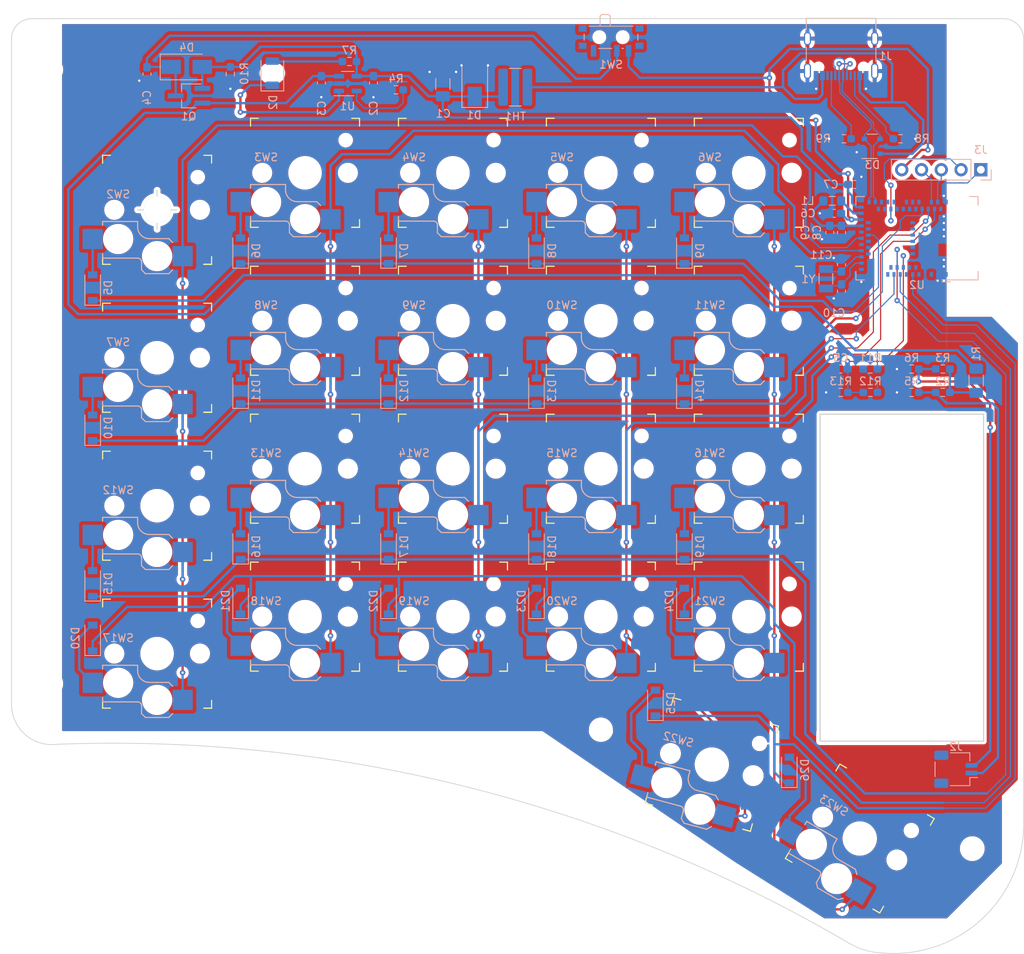
<source format=kicad_pcb>
(kicad_pcb (version 20211014) (generator pcbnew)
  (layers (0 "F.Cu" signal) (31 "B.Cu" signal) (34 "B.Paste" user) (35 "F.Paste" user) (36 "B.SilkS" user "B.Silkscreen") (37 "F.SilkS" user "F.Silkscreen") (38 "B.Mask" user) (39 "F.Mask" user) (44 "Edge.Cuts" user))
  (net 0 "")
  (net 1 "VBUS")
  (net 2 "GND")
  (net 3 "Net-(J2-Pad1)")
  (net 4 "Net-(J2-Pad2)")
  (net 5 "/keyboard/USB_N")
  (net 6 "/keyboard/USB_P")
  (net 7 "+BATT")
  (net 8 "/keyboard/BAT_VOUT")
  (net 9 "Net-(C8-Pad1)")
  (net 10 "Net-(C10-Pad2)")
  (net 11 "Net-(C11-Pad2)")
  (net 12 "/keyboard/ROW1")
  (net 13 "/keyboard/RESET")
  (net 19 "Net-(D5-Pad2)")
  (net 20 "/keyboard/SWDIO")
  (net 21 "/keyboard/SWDCLK")
  (net 25 "Net-(D6-Pad2)")
  (net 26 "Net-(D7-Pad2)")
  (net 52 "/keyboard/CC1")
  (net 54 "/keyboard/CC2")
  (net 56 "VDD")
  (net 57 "Net-(D8-Pad2)")
  (net 58 "Net-(L1-Pad2)")
  (net 59 "/keyboard/ROW2")
  (net 60 "Net-(D9-Pad2)")
  (net 61 "Net-(D10-Pad2)")
  (net 62 "Net-(D11-Pad2)")
  (net 63 "Net-(D12-Pad2)")
  (net 64 "Net-(D13-Pad2)")
  (net 65 "/keyboard/ROW3")
  (net 66 "Net-(D14-Pad2)")
  (net 67 "Net-(D15-Pad2)")
  (net 68 "Net-(D16-Pad2)")
  (net 69 "Net-(D17-Pad2)")
  (net 70 "Net-(D18-Pad2)")
  (net 71 "/keyboard/ROW4")
  (net 72 "Net-(D19-Pad2)")
  (net 73 "Net-(D20-Pad2)")
  (net 74 "Net-(D21-Pad2)")
  (net 75 "Net-(D22-Pad2)")
  (net 76 "Net-(D23-Pad2)")
  (net 77 "/keyboard/ROW5")
  (net 78 "Net-(D24-Pad2)")
  (net 79 "Net-(D25-Pad2)")
  (net 80 "/keyboard/COL1")
  (net 81 "/keyboard/COL2")
  (net 82 "/keyboard/COL3")
  (net 83 "/keyboard/COL4")
  (net 84 "/keyboard/COL5")
  (net 85 "Net-(C4-Pad1)")
  (net 86 "Net-(D2-Pad1)")
  (net 87 "Net-(D2-Pad2)")
  (net 88 "Net-(D3-Pad4)")
  (net 89 "Net-(D26-Pad2)")
  (net 90 "Net-(R1-Pad2)")
  (net 91 "Net-(R4-Pad1)")
  (net 92 "Net-(R11-Pad2)")
  (footprint "BT_Module_Test:Kailh_socket_PG1350" (layer "F.Cu") (at 254.05 198.8 -15)
    (fp_text reference "SW22")
    (fp_text value "SW_Push")
  )
  (footprint "MountingHole:MountingHole_2.2mm_M2_ISO14580" (layer "F.Cu") (at 287.5 109.55)
    (fp_text reference "H3" hide)
    (fp_text value "MountingHole M2")
  )
  (footprint "BT_Module_Test:Kailh_socket_PG1350" (layer "F.Cu") (at 220.8 179.8)
    (fp_text reference "SW19")
    (fp_text value "SW_Push")
  )
  (footprint "MountingHole:MountingHole_2.2mm_M2_ISO14580" (layer "F.Cu") (at 169.2 109.55)
    (fp_text reference "H4" hide)
    (fp_text value "MountingHole M2")
  )
  (footprint "BT_Module_Test:Kailh_socket_PG1350" (layer "F.Cu") (at 220.8 122.8)
    (fp_text reference "SW4")
    (fp_text value "SW_Push")
  )
  (footprint "BT_Module_Test:Kailh_socket_PG1350" (layer "F.Cu") (at 220.8 160.8)
    (fp_text reference "SW14")
    (fp_text value "SW_Push")
  )
  (footprint "MountingHole:MountingHole_2.2mm_M2_ISO14580" (layer "F.Cu") (at 287.5 209.6)
    (fp_text reference "H2" hide)
    (fp_text value "MountingHole M2")
  )
  (footprint "BT_Module_Test:Kailh_socket_PG1350" (layer "F.Cu") (at 258.8 160.8)
    (fp_text reference "SW16")
    (fp_text value "SW_Push")
  )
  (footprint "BT_Module_Test:Kailh_socket_PG1350" (layer "F.Cu") (at 258.8 141.8)
    (fp_text reference "SW11")
    (fp_text value "SW_Push")
  )
  (footprint "MountingHole:MountingHole_2.2mm_M2_ISO14580" (layer "F.Cu") (at 239.8 194.3)
    (fp_text reference "H5" hide)
    (fp_text value "MountingHole M2")
  )
  (footprint "BT_Module_Test:Kailh_socket_PG1350" (layer "F.Cu") (at 182.8 165.55)
    (fp_text reference "SW12")
    (fp_text value "SW_Push")
  )
  (footprint "MountingHole:MountingHole_2.2mm_M2_ISO14580" (layer "F.Cu") (at 169.2 188.4)
    (fp_text reference "H1" hide)
    (fp_text value "MountingHole M2")
  )
  (footprint "BT_Module_Test:Kailh_socket_PG1350" (layer "F.Cu") (at 239.8 122.8)
    (fp_text reference "SW5")
    (fp_text value "SW_Push")
  )
  (footprint "BT_Module_Test:Kailh_socket_PG1350" (layer "F.Cu") (at 201.8 160.8)
    (fp_text reference "SW13")
    (fp_text value "SW_Push")
  )
  (footprint "BT_Module_Test:Kailh_socket_PG1350" (layer "F.Cu") (at 201.8 179.8)
    (fp_text reference "SW18")
    (fp_text value "SW_Push")
  )
  (footprint "BT_Module_Test:Kailh_socket_PG1350" (layer "F.Cu") (at 182.8 184.55)
    (fp_text reference "SW17")
    (fp_text value "SW_Push")
  )
  (footprint "BT_Module_Test:Kailh_socket_PG1350" (layer "F.Cu") (at 258.8 179.8)
    (fp_text reference "SW21")
    (fp_text value "SW_Push")
  )
  (footprint "BT_Module_Test:Kailh_socket_PG1350" (layer "F.Cu") (at 201.8 141.8)
    (fp_text reference "SW8")
    (fp_text value "SW_Push")
  )
  (footprint "BT_Module_Test:Kailh_socket_PG1350" (layer "F.Cu") (at 239.8 141.8)
    (fp_text reference "SW10")
    (fp_text value "SW_Push")
  )
  (footprint "BT_Module_Test:Kailh_socket_PG1350" (layer "F.Cu") (at 239.8 179.8)
    (fp_text reference "SW20")
    (fp_text value "SW_Push")
  )
  (footprint "BT_Module_Test:Kailh_socket_PG1350" (layer "F.Cu") (at 258.8 122.8)
    (fp_text reference "SW6")
    (fp_text value "SW_Push")
  )
  (footprint "BT_Module_Test:Kailh_socket_PG1350" (layer "F.Cu") (at 220.8 141.8)
    (fp_text reference "SW9")
    (fp_text value "SW_Push")
  )
  (footprint "BT_Module_Test:Kailh_socket_PG1350" (layer "F.Cu") (at 182.8 146.55)
    (fp_text reference "SW7")
    (fp_text value "SW_Push")
  )
  (footprint "BT_Module_Test:Kailh_socket_PG1350" (layer "F.Cu") (at 239.8 160.8)
    (fp_text reference "SW15")
    (fp_text value "SW_Push")
  )
  (footprint "BT_Module_Test:Kailh_socket_PG1350" (layer "F.Cu") (at 273.05 208.3 -30)
    (fp_text reference "SW23")
    (fp_text value "SW_Push")
  )
  (footprint "BT_Module_Test:Kailh_socket_PG1350" (layer "F.Cu") (at 201.8 122.8)
    (fp_text reference "SW3")
    (fp_text value "SW_Push")
  )
  (footprint "BT_Module_Test:Kailh_socket_PG1350" (layer "F.Cu") (at 182.8 127.55)
    (fp_text reference "SW2")
    (fp_text value "SW_Push")
  )
  (footprint "Capacitor_SMD:C_0603_1608Metric_Pad1.08x0.95mm_HandSolder" (layer "B.Cu") (at 270.7 134.6 -90)
    (fp_text reference "C11")
    (fp_text value "15pF")
  )
  (footprint "Diode_SMD:D_SOD-123" (layer "B.Cu") (at 193.525 170.8 90)
    (fp_text reference "D16")
    (fp_text value "1N4148W")
  )
  (footprint "Diode_SMD:D_SOD-123" (layer "B.Cu") (at 212.525 177.8 90)
    (fp_text reference "D22")
    (fp_text value "1N4148W")
  )
  (footprint "Inductor_SMD:L_0805_2012Metric_Pad1.05x1.20mm_HandSolder" (layer "B.Cu") (at 269.51 126.4)
    (fp_text reference "L1")
    (fp_text value "10uH")
  )
  (footprint "Resistor_SMD:R_0603_1608Metric_Pad0.98x0.95mm_HandSolder" (layer "B.Cu") (at 283.7125 151 180)
    (fp_text reference "R2")
    (fp_text value "N.F.")
  )
  (footprint "Diode_SMD:D_SOD-123" (layer "B.Cu") (at 212.525 132.8 90)
    (fp_text reference "D7")
    (fp_text value "1N4148W")
  )
  (footprint "Capacitor_SMD:C_0603_1608Metric_Pad1.08x0.95mm_HandSolder" (layer "B.Cu") (at 272.4 124.3)
    (fp_text reference "C7")
    (fp_text value "4u7F")
  )
  (footprint "Resistor_SMD:R_0603_1608Metric_Pad0.98x0.95mm_HandSolder" (layer "B.Cu") (at 279.7125 148 180)
    (fp_text reference "R6")
    (fp_text value "N.F.")
  )
  (footprint "Package_TO_SOT_SMD:TSOT-23_HandSoldering" (layer "B.Cu") (at 186.9 112.9 180)
    (fp_text reference "Q1")
    (fp_text value "DMG2301L-7")
  )
  (footprint "Diode_SMD:D_SOD-123" (layer "B.Cu") (at 231.525 177.8 90)
    (fp_text reference "D23")
    (fp_text value "1N4148W")
  )
  (footprint "Diode_SMD:D_SOD-123" (layer "B.Cu") (at 250.525 150.8 90)
    (fp_text reference "D14")
    (fp_text value "1N4148W")
  )
  (footprint "Diode_SMD:D_SOD-123" (layer "B.Cu") (at 231.525 170.8 90)
    (fp_text reference "D18")
    (fp_text value "1N4148W")
  )
  (footprint "Capacitor_SMD:C_0603_1608Metric_Pad1.08x0.95mm_HandSolder" (layer "B.Cu") (at 270.7 130.4625 -90)
    (fp_text reference "C8")
    (fp_text value "1uF")
  )
  (footprint "Resistor_SMD:R_0603_1608Metric_Pad0.98x0.95mm_HandSolder" (layer "B.Cu") (at 192.2 110.1 -90)
    (fp_text reference "R10")
    (fp_text value "10K")
  )
  (footprint "Connector_PinHeader_2.54mm:PinHeader_1x05_P2.54mm_Vertical" (layer "B.Cu") (at 288.6 122.4 90)
    (fp_text reference "J3")
    (fp_text value "Conn_01x05")
  )
  (footprint "Package_TO_SOT_SMD:SOT-143" (layer "B.Cu") (at 274.65 119.4)
    (fp_text reference "D3")
    (fp_text value "PRTR5V0U2X")
  )
  (footprint "Diode_SMD:D_SOD-123" (layer "B.Cu") (at 174.525 137.55 90)
    (fp_text reference "D5")
    (fp_text value "1N4148W")
  )
  (footprint "Resistor_SMD:R_0603_1608Metric_Pad0.98x0.95mm_HandSolder" (layer "B.Cu") (at 278.27 118.425)
    (fp_text reference "R8")
    (fp_text value "5K1")
  )
  (footprint "Connector_USB:USB_C_Receptacle_Palconn_UTC16-G" (layer "B.Cu") (at 270.65 107.8)
    (fp_text reference "J1")
    (fp_text value "USB_C_Receptacle_USB2.0")
  )
  (footprint "Diode_SMD:D_SOD-123" (layer "B.Cu") (at 212.525 170.8 90)
    (fp_text reference "D17")
    (fp_text value "1N4148W")
  )
  (footprint "Capacitor_SMD:C_0603_1608Metric_Pad1.08x0.95mm_HandSolder" (layer "B.Cu") (at 270.7 138 90)
    (fp_text reference "C10")
    (fp_text value "15pF")
  )
  (footprint "Diode_SMD:D_SOD-123" (layer "B.Cu") (at 231.525 150.8 90)
    (fp_text reference "D13")
    (fp_text value "1N4148W")
  )
  (footprint "Diode_SMD:D_SOD-123" (layer "B.Cu") (at 174.525 155.55 90)
    (fp_text reference "D10")
    (fp_text value "1N4148W")
  )
  (footprint "Diode_SMD:D_SOD-123" (layer "B.Cu") (at 193.525 132.8 90)
    (fp_text reference "D6")
    (fp_text value "1N4148W")
  )
  (footprint "LED_SMD:LED_1206_3216Metric_ReverseMount_Hole1.8x2.4mm" (layer "B.Cu") (at 197.6 110 90)
    (fp_text reference "D2")
    (fp_text value "LED")
  )
  (footprint "Resistor_SMD:R_0603_1608Metric_Pad0.98x0.95mm_HandSolder" (layer "B.Cu") (at 279.7125 151 180)
    (fp_text reference "R5")
    (fp_text value "0R")
  )
  (footprint "Resistor_SMD:R_0603_1608Metric_Pad0.98x0.95mm_HandSolder" (layer "B.Cu") (at 270.6125 151 180)
    (fp_text reference "R13")
    (fp_text value "10M")
  )
  (footprint "Capacitor_SMD:C_0603_1608Metric_Pad1.08x0.95mm_HandSolder" (layer "B.Cu") (at 210.5925 111.2375 -90)
    (fp_text reference "C2")
    (fp_text value "4u7F")
  )
  (footprint "Capacitor_SMD:C_0603_1608Metric_Pad1.08x0.95mm_HandSolder" (layer "B.Cu") (at 203.8925 111.2375 -90)
    (fp_text reference "C3")
    (fp_text value "4u7F")
  )
  (footprint "Diode_SMD:D_SOD-123" (layer "B.Cu") (at 212.525 150.8 90)
    (fp_text reference "D12")
    (fp_text value "1N4148W")
  )
  (footprint "Resistor_SMD:R_1218_3246Metric_Pad1.22x4.75mm_HandSolder" (layer "B.Cu") (at 228.8 111.8)
    (fp_text reference "TH1")
    (fp_text value "MF-MSMF050-2")
  )
  (footprint "Diode_SMD:D_SOD-123" (layer "B.Cu") (at 193.525 177.8 90)
    (fp_text reference "D21")
    (fp_text value "1N4148W")
  )
  (footprint "Diode_SMD:D_SOD-123" (layer "B.Cu") (at 174.525 175.55 90)
    (fp_text reference "D15")
    (fp_text value "1N4148W")
  )
  (footprint "Diode_SMD:D_SOD-123" (layer "B.Cu") (at 250.525 170.8 90)
    (fp_text reference "D19")
    (fp_text value "1N4148W")
  )
  (footprint "Button_Switch_SMD:SW_SPDT_PCM12" (layer "B.Cu") (at 241.1 105.7)
    (fp_text reference "SW1")
    (fp_text value "SW_SPDT PCM12SMTR")
  )
  (footprint "Resistor_SMD:R_0603_1608Metric_Pad0.98x0.95mm_HandSolder" (layer "B.Cu") (at 213.4925 112.1375 180)
    (fp_text reference "R4")
    (fp_text value "20K")
  )
  (footprint "RF_Module:Raytac_MDBT50Q" (layer "B.Cu") (at 280.4 131.2 90)
    (fp_text reference "U2")
    (fp_text value "MDBT50Q-1MV2")
  )
  (footprint "Capacitor_SMD:C_1206_3216Metric_Pad1.33x1.80mm_HandSolder" (layer "B.Cu") (at 219.5 111.4 90)
    (fp_text reference "C1")
    (fp_text value "10uF")
  )
  (footprint "Diode_SMD:D_SOD-123" (layer "B.Cu") (at 246.8 190.9 90)
    (fp_text reference "D25")
    (fp_text value "1N4148W")
  )
  (footprint "Diode_SMD:D_SOD-123" (layer "B.Cu") (at 250.525 132.8 90)
    (fp_text reference "D9")
    (fp_text value "1N4148W")
  )
  (footprint "Connector_JST:JST_SH_SM02B-SRSS-TB_1x02-1MP_P1.00mm_Horizontal" (layer "B.Cu") (at 285.4 199.4 90)
    (fp_text reference "J2")
    (fp_text value "JST SM02B-SRSS-TB(LF)(SN)")
  )
  (footprint "Capacitor_SMD:C_0603_1608Metric_Pad1.08x0.95mm_HandSolder" (layer "B.Cu") (at 181.5 110.1 -90)
    (fp_text reference "C4")
    (fp_text value "4u7F")
  )
  (footprint "Diode_SMD:D_SOD-123" (layer "B.Cu") (at 193.525 150.8 90)
    (fp_text reference "D11")
    (fp_text value "1N4148W")
  )
  (footprint "Capacitor_SMD:C_0603_1608Metric_Pad1.08x0.95mm_HandSolder" (layer "B.Cu") (at 270.6125 148 180)
    (fp_text reference "C5")
    (fp_text value "10nF")
  )
  (footprint "Diode_SMD:D_SOD-123" (layer "B.Cu") (at 231.525 132.8 90)
    (fp_text reference "D8")
    (fp_text value "1N4148W")
  )
  (footprint "Resistor_SMD:R_0603_1608Metric_Pad0.98x0.95mm_HandSolder" (layer "B.Cu") (at 274.4125 151 180)
    (fp_text reference "R12")
    (fp_text value "2M")
  )
  (footprint "Diode_SMD:D_SMA" (layer "B.Cu") (at 223.6 111 90)
    (fp_text reference "D1")
    (fp_text value "SMAJ5.0A")
  )
  (footprint "Resistor_SMD:R_0603_1608Metric_Pad0.98x0.95mm_HandSolder" (layer "B.Cu") (at 271.03 118.425 180)
    (fp_text reference "R9")
    (fp_text value "5K1")
  )
  (footprint "Resistor_SMD:R_0603_1608Metric_Pad0.98x0.95mm_HandSolder" (layer "B.Cu") (at 207.5 108.5 180)
    (fp_text reference "R7")
    (fp_text value "N.F.")
  )
  (footprint "Capacitor_SMD:C_0603_1608Metric_Pad1.08x0.95mm_HandSolder" (layer "B.Cu") (at 269.78 128 180)
    (fp_text reference "C6")
    (fp_text value "4u7F")
  )
  (footprint "Package_TO_SOT_SMD:SOT-23-5" (layer "B.Cu") (at 207.2925 111.3375)
    (fp_text reference "U1")
    (fp_text value "MCP73831T-2ACI/OT")
  )
  (footprint "Diode_SMD:D_SOD-123" (layer "B.Cu") (at 174.525 182.55 90)
    (fp_text reference "D20")
    (fp_text value "1N4148W")
  )
  (footprint "Diode_SMD:D_SMA" (layer "B.Cu") (at 186.6 109.2)
    (fp_text reference "D4")
    (fp_text value "B160-E3")
  )
  (footprint "Diode_SMD:D_SOD-123" (layer "B.Cu") (at 264 199.5 90)
    (fp_text reference "D26")
    (fp_text value "1N4148W")
  )
  (footprint "Resistor_SMD:R_0603_1608Metric_Pad0.98x0.95mm_HandSolder" (layer "B.Cu") (at 274.4 148 180)
    (fp_text reference "R11")
    (fp_text value "2M")
  )
  (footprint "Capacitor_SMD:C_0603_1608Metric_Pad1.08x0.95mm_HandSolder" (layer "B.Cu") (at 269.2 130.4625 -90)
    (fp_text reference "C9")
    (fp_text value "4u7F")
  )
  (footprint "Resistor_SMD:R_1206_3216Metric_Pad1.30x1.75mm_HandSolder" (layer "B.Cu") (at 288 149.5 -90)
    (fp_text reference "R1")
    (fp_text value "0R")
  )
  (footprint "Crystal:Crystal_SMD_3215-2Pin_3.2x1.5mm" (layer "B.Cu") (at 268.7 136.4 -90)
    (fp_text reference "Y1")
    (fp_text value "32768Hz")
  )
  (footprint "Diode_SMD:D_SOD-123" (layer "B.Cu") (at 250.525 177.8 90)
    (fp_text reference "D24")
    (fp_text value "1N4148W")
  )
  (footprint "Resistor_SMD:R_0603_1608Metric_Pad0.98x0.95mm_HandSolder" (layer "B.Cu") (at 283.7125 148 180)
    (fp_text reference "R3")
    (fp_text value "0R")
  )
  (gr_arc (start 169.9 196.2) (mid 165.8209 194.91513) (end 164.1 191) (layer "Edge.Cuts") (width 0.1))
  (gr_line (start 164.1 191) (end 164.09952 105.60048) (layer "Edge.Cuts") (width 0.1))
  (gr_arc (start 164.09952 105.60048) (mid 164.86119 103.761676) (end 166.7 103) (layer "Edge.Cuts") (width 0.1))
  (gr_line (start 288.95 195.8) (end 267.95 195.8) (layer "Edge.Cuts") (width 0.15))
  (gr_arc (start 169.9 196.2) (mid 222.575044 201.671293) (end 271.6 221.7) (layer "Edge.Cuts") (width 0.1))
  (gr_arc (start 294.1 205.8) (mid 288.921268 218.473813) (end 276 223) (layer "Edge.Cuts") (width 0.1))
  (gr_line (start 294.10048 105.60048) (end 294.1 205.8) (layer "Edge.Cuts") (width 0.1))
  (gr_line (start 166.7 103) (end 291.5 103) (layer "Edge.Cuts") (width 0.1))
  (gr_line (start 267.95 153.8) (end 267.95 195.8) (layer "Edge.Cuts") (width 0.15))
  (gr_arc (start 291.5 103) (mid 293.338817 103.761663) (end 294.10048 105.60048) (layer "Edge.Cuts") (width 0.1))
  (gr_arc (start 276 223) (mid 273.717202 222.630239) (end 271.6 221.7) (layer "Edge.Cuts") (width 0.1))
  (gr_line (start 288.95 153.8) (end 288.95 195.8) (layer "Edge.Cuts") (width 0.15))
  (gr_line (start 267.95 153.8) (end 288.95 153.8) (layer "Edge.Cuts") (width 0.15))
  (target plus (at 182.8 127.55) (size 5) (width 0.1) (layer "Edge.Cuts"))
  (target plus (at 182.8 127.55) (size 5) (width 0.1) (layer "Edge.Cuts"))
  (segment (start 272.05 125.75) (end 271.5375 125.2375) (width 0.3) (layer "B.Cu") (net 1))
  (segment (start 208.4425 110.375) (end 208.43 110.3875) (width 0.3) (layer "B.Cu") (net 1))
  (segment (start 223.6 113) (end 227.2375 113) (width 0.3) (layer "B.Cu") (net 1))
  (segment (start 273.25 127.2) (end 272.6 127.2) (width 0.3) (layer "B.Cu") (net 1))
  (segment (start 193.5125 109.1875) (end 192.2 109.1875) (width 0.3) (layer "B.Cu") (net 1))
  (segment (start 265.6 119.95) (end 265.6 117.15) (width 0.3) (layer "B.Cu") (net 1))
  (segment (start 271.5375 125.2375) (end 271.5375 124.3) (width 0.3) (layer "B.Cu") (net 1))
  (segment (start 217.6625 112.9625) (end 219.5 112.9625) (width 0.3) (layer "B.Cu") (net 1))
  (segment (start 269.95 124.3) (end 265.6 119.95) (width 0.3) (layer "B.Cu") (net 1))
  (segment (start 264.15 115.7) (end 220.5 115.7) (width 0.3) (layer "B.Cu") (net 1))
  (segment (start 192.1875 109.2) (end 188.6 109.2) (width 0.3) (layer "B.Cu") (net 1))
  (segment (start 219.5 114.7) (end 219.5 112.9625) (width 0.3) (layer "B.Cu") (net 1))
  (segment (start 210.5925 110.375) (end 208.4425 110.375) (width 0.3) (layer "B.Cu") (net 1))
  (segment (start 272.6 127.2) (end 272.05 126.65) (width 0.3) (layer "B.Cu") (net 1))
  (segment (start 208.43 110.3875) (end 208.43 108.5175) (width 0.3) (layer "B.Cu") (net 1))
  (segment (start 220.5 115.7) (end 219.5 114.7) (width 0.3) (layer "B.Cu") (net 1))
  (segment (start 271.5375 124.3) (end 269.95 124.3) (width 0.3) (layer "B.Cu") (net 1))
  (segment (start 219.5375 113) (end 223.6 113) (width 0.3) (layer "B.Cu") (net 1))
  (segment (start 207.7 106.6) (end 196.1 106.6) (width 0.3) (layer "B.Cu") (net 1))
  (segment (start 265.6 117.15) (end 264.15 115.7) (width 0.3) (layer "B.Cu") (net 1))
  (segment (start 208.4125 107.3125) (end 207.7 106.6) (width 0.3) (layer "B.Cu") (net 1))
  (segment (start 188.6 111.94) (end 188.61 111.95) (width 0.3) (layer "B.Cu") (net 1))
  (segment (start 196.1 106.6) (end 193.5125 109.1875) (width 0.3) (layer "B.Cu") (net 1))
  (segment (start 192.2 109.1875) (end 192.1875 109.2) (width 0.3) (layer "B.Cu") (net 1))
  (segment (start 272.05 126.65) (end 272.05 125.75) (width 0.3) (layer "B.Cu") (net 1))
  (segment (start 210.5925 110.375) (end 215.075 110.375) (width 0.3) (layer "B.Cu") (net 1))
  (segment (start 208.4125 108.5) (end 208.4125 107.3125) (width 0.3) (layer "B.Cu") (net 1))
  (segment (start 215.075 110.375) (end 217.6625 112.9625) (width 0.3) (layer "B.Cu") (net 1))
  (segment (start 208.43 108.5175) (end 208.4125 108.5) (width 0.3) (layer "B.Cu") (net 1))
  (segment (start 188.6 109.2) (end 188.6 111.94) (width 0.3) (layer "B.Cu") (net 1))
  (segment (start 270.05 124.3) (end 271.5375 124.3) (width 0.3) (layer "B.Cu") (net 1))
  (segment (start 219.5 112.9625) (end 219.5375 113) (width 0.3) (layer "B.Cu") (net 1))
  (via (at 273.25 136.8) (size 0.7) (drill 0.3) (layers "F.Cu" "B.Cu") (net 2))
  (via (at 277.82 151) (size 0.7) (drill 0.3) (layers "F.Cu" "B.Cu") (net 2))
  (via (at 221.9 109) (size 0.7) (drill 0.3) (layers "F.Cu" "B.Cu") (net 2))
  (via (at 283.85 129.25) (size 0.7) (drill 0.3) (layers "F.Cu" "B.Cu") (net 2))
  (via (at 269.1125 118.425) (size 0.7) (drill 0.3) (layers "F.Cu" "B.Cu") (net 2))
  (via (at 283.85 133.975) (size 0.7) (drill 0.3) (layers "F.Cu" "B.Cu") (net 2))
  (via (at 272.6575 120.15) (size 0.7) (drill 0.3) (layers "F.Cu" "B.Cu") (net 2))
  (via (at 221.2 109.8375) (size 0.7) (drill 0.3) (layers "F.Cu" "B.Cu") (net 2))
  (via (at 283.85 130.95) (size 0.7) (drill 0.3) (layers "F.Cu" "B.Cu") (net 2))
  (via (at 273.2625 123.3075) (size 0.7) (drill 0.3) (layers "F.Cu" "B.Cu") (net 2))
  (via (at 225.3 109) (size 0.7) (drill 0.3) (layers "F.Cu" "B.Cu") (net 2))
  (via (at 269.7075 133.7375) (size 0.7) (drill 0.3) (layers "F.Cu" "B.Cu") (net 2))
  (via (at 192.2125 112.005) (size 0.7) (drill 0.3) (layers "F.Cu" "B.Cu") (net 2))
  (via (at 267.925 128) (size 0.7) (drill 0.3) (layers "F.Cu" "B.Cu") (net 2))
  (via (at 268.2075 131.325) (size 0.7) (drill 0.3) (layers "F.Cu" "B.Cu") (net 2))
  (via (at 283.85 125.75) (size 0.7) (drill 0.3) (layers "F.Cu" "B.Cu") (net 2))
  (via (at 267.45 112) (size 0.7) (drill 0.3) (layers "F.Cu" "B.Cu") (net 2))
  (via (at 277.82 148) (size 0.7) (drill 0.3) (layers "F.Cu" "B.Cu") (net 2))
  (via (at 280.175 118.425) (size 0.7) (drill 0.3) (layers "F.Cu" "B.Cu") (net 2))
  (via (at 283.85 136.65) (size 0.7) (drill 0.3) (layers "F.Cu" "B.Cu") (net 2))
  (via (at 283.85 134.825) (size 0.7) (drill 0.3) (layers "F.Cu" "B.Cu") (net 2))
  (via (at 217.8 109.8375) (size 0.7) (drill 0.3) (layers "F.Cu" "B.Cu") (net 2))
  (via (at 273.85 112) (size 0.7) (drill 0.3) (layers "F.Cu" "B.Cu") (net 2))
  (via (at 203.8925 113.08) (size 0.7) (drill 0.3) (layers "F.Cu" "B.Cu") (net 2))
  (via (at 283.85 128.4) (size 0.7) (drill 0.3) (layers "F.Cu" "B.Cu") (net 2))
  (via (at 180.5075 110.9625) (size 0.7) (drill 0.3) (layers "F.Cu" "B.Cu") (net 2))
  (via (at 269.7075 138.925) (size 0.7) (drill 0.3) (layers "F.Cu" "B.Cu") (net 2))
  (via (at 210.5925 113.0925) (size 0.7) (drill 0.3) (layers "F.Cu" "B.Cu") (net 2))
  (via (at 283.85 130.1) (size 0.7) (drill 0.3) (layers "F.Cu" "B.Cu") (net 2))
  (via (at 283.05 136.65) (size 0.7) (drill 0.3) (layers "F.Cu" "B.Cu") (net 2))
  (via (at 268.7325 151) (size 0.7) (drill 0.3) (layers "F.Cu" "B.Cu") (net 2))
  (segment (start 273.25 126.4) (end 273.25 124.3125) (width 0.3) (layer "B.Cu") (net 2))
  (segment (start 273.85 110.31) (end 273.85 112) (width 0.6) (layer "B.Cu") (net 2))
  (segment (start 285.8 124.1) (end 286.9 124.1) (width 0.15) (layer "B.Cu") (net 2))
  (segment (start 206.155 111.3375) (end 209.83 111.3375) (width 0.3) (layer "B.Cu") (net 2))
  (segment (start 285.8 124.1) (end 284.15 124.1) (width 0.15) (layer "B.Cu") (net 2))
  (segment (start 286.9 124.1) (end 288.6 122.4) (width 0.15) (layer "B.Cu") (net 2))
  (segment (start 269.7 148.05) (end 269.75 148) (width 0.3) (layer "B.Cu") (net 2))
  (segment (start 206.155 111.3375) (end 204.655 111.3375) (width 0.3) (layer "B.Cu") (net 2))
  (segment (start 279.195 118.425) (end 280.175 118.425) (width 0.6) (layer "B.Cu") (net 2))
  (segment (start 209.83 111.3375) (end 210.5925 112.1) (width 0.3) (layer "B.Cu") (net 2))
  (segment (start 269.7125 151) (end 268.7325 151) (width 0.6) (layer "B.Cu") (net 2))
  (segment (start 181.4875 110.9625) (end 180.5075 110.9625) (width 0.6) (layer "B.Cu") (net 2))
  (segment (start 273.25 124.3125) (end 273.2625 124.3) (width 0.15) (layer "B.Cu") (net 2))
  (segment (start 270.6875 138.925) (end 269.7075 138.925) (width 0.6) (layer "B.Cu") (net 2))
  (segment (start 283.85 124.4) (end 283.85 125.75) (width 0.15) (layer "B.Cu") (net 2))
  (segment (start 270.6875 133.7375) (end 269.7075 133.7375) (width 0.6) (layer "B.Cu") (net 2))
  (segment (start 192.2125 111.025) (end 192.2125 112.005) (width 0.6) (layer "B.Cu") (net 2))
  (segment (start 273.6375 120.15) (end 272.6575 120.15) (width 0.6) (layer "B.Cu") (net 2))
  (segment (start 206.155 111.3375) (end 206.1625 111.3375) (width 0.15) (layer "B.Cu") (net 2))
  (segment (start 284.15 124.1) (end 283.85 124.4) (width 0.15) (layer "B.Cu") (net 2))
  (segment (start 273.2625 124.2875) (end 273.2625 123.3075) (width 0.6) (layer "B.Cu") (net 2))
  (segment (start 206.1625 111.3375) (end 206.2 111.3) (width 0.15) (layer "B.Cu") (net 2))
  (segment (start 268.905 128) (end 267.925 128) (width 0.6) (layer "B.Cu") (net 2))
  (segment (start 267.45 110.31) (end 267.45 112) (width 0.6) (layer "B.Cu") (net 2))
  (segment (start 270.0925 118.425) (end 269.1125 118.425) (width 0.6) (layer "B.Cu") (net 2))
  (segment (start 203.8925 112.1) (end 203.8925 113.08) (width 0.6) (layer "B.Cu") (net 2))
  (segment (start 286.375 124.1) (end 285.8 124.1) (width 0.15) (layer "B.Cu") (net 2))
  (segment (start 269.1875 131.325) (end 268.2075 131.325) (width 0.6) (layer "B.Cu") (net 2))
  (segment (start 278.8 148) (end 277.82 148) (width 0.6) (layer "B.Cu") (net 2))
  (segment (start 210.5925 112.1125) (end 210.5925 113.0925) (width 0.6) (layer "B.Cu") (net 2))
  (segment (start 269.7 151) (end 269.7 148.05) (width 0.3) (layer "B.Cu") (net 2))
  (segment (start 278.8 151) (end 277.82 151) (width 0.6) (layer "B.Cu") (net 2))
  (segment (start 204.655 111.3375) (end 203.8925 112.1) (width 0.3) (layer "B.Cu") (net 2))
  (segment (start 269.2 131.325) (end 270.7 131.325) (width 0.7) (layer "B.Cu") (net 2))
  (segment (start 290.1 152.4) (end 284.2 152.4) (width 0.3) (layer "B.Cu") (net 3))
  (segment (start 284.2 152.4) (end 282.8 151) (width 0.3) (layer "B.Cu") (net 3))
  (segment (start 290.8 153.1) (end 290.1 152.4) (width 0.3) (layer "B.Cu") (net 3))
  (segment (start 290.8 197.9) (end 290.8 153.1) (width 0.3) (layer "B.Cu") (net 3))
  (segment (start 280.625 151) (end 282.8 151) (width 0.3) (layer "B.Cu") (net 3))
  (segment (start 287.4 199.9) (end 288.8 199.9) (width 0.3) (layer "B.Cu") (net 3))
  (segment (start 288.8 199.9) (end 290.8 197.9) (width 0.3) (layer "B.Cu") (net 3))
  (segment (start 289.8 155.5) (end 289.8 152.4) (width 0.3) (layer "F.Cu") (net 4))
  (segment (start 287 149.6) (end 280.6 149.6) (width 0.3) (layer "F.Cu") (net 4))
  (segment (start 289.8 152.4) (end 287 149.6) (width 0.3) (layer "F.Cu") (net 4))
  (via (at 289.8 155.5) (size 0.7) (drill 0.3) (layers "F.Cu" "B.Cu") (net 4))
  (via (at 280.6 149.6) (size 0.7) (drill 0.3) (layers "F.Cu" "B.Cu") (net 4))
  (segment (start 280.6 149.6) (end 280.6 148.025) (width 0.3) (layer "B.Cu") (net 4))
  (segment (start 280.6 148.025) (end 280.625 148) (width 0.3) (layer "B.Cu") (net 4))
  (segment (start 280.625 148) (end 282.8 148) (width 0.3) (layer "B.Cu") (net 4))
  (segment (start 287.9 198.9) (end 287.4 198.9) (width 0.3) (layer "B.Cu") (net 4))
  (segment (start 289.8 197) (end 287.9 198.9) (width 0.3) (layer "B.Cu") (net 4))
  (segment (start 289.8 155.5) (end 289.8 197) (width 0.3) (layer "B.Cu") (net 4))
  (segment (start 271.1 108.4) (end 270.8 108.1) (width 0.15) (layer "B.Cu") (net 5))
  (segment (start 270.9 110.31) (end 270.9 111.180001) (width 0.15) (layer "B.Cu") (net 5))
  (segment (start 270.8 112.35) (end 274.8 116.35) (width 0.15) (layer "B.Cu") (net 5))
  (segment (start 269.9 109.2) (end 269.9 110.31) (width 0.15) (layer "B.Cu") (net 5))
  (segment (start 270.9 109.4) (end 271.1 109.2) (width 0.15) (layer "B.Cu") (net 5))
  (segment (start 275.65 117.924999) (end 275.65 118.45) (width 0.15) (layer "B.Cu") (net 5))
  (segment (start 269.7 108.4) (end 269.7 109) (width 0.15) (layer "B.Cu") (net 5))
  (segment (start 270.9 111.180001) (end 270.8 111.280001) (width 0.15) (layer "B.Cu") (net 5))
  (segment (start 275.05 126.099999) (end 275.05 126.55) (width 0.15) (layer "B.Cu") (net 5))
  (segment (start 269.7 109) (end 269.9 109.2) (width 0.15) (layer "B.Cu") (net 5))
  (segment (start 270 108.1) (end 269.7 108.4) (width 0.15) (layer "B.Cu") (net 5))
  (segment (start 274.8 119.35) (end 274.8 125.849999) (width 0.15) (layer "B.Cu") (net 5))
  (segment (start 274.8 116.35) (end 274.8 117.074999) (width 0.15) (layer "B.Cu") (net 5))
  (segment (start 274.8 125.849999) (end 275.05 126.099999) (width 0.15) (layer "B.Cu") (net 5))
  (segment (start 270.8 111.280001) (end 270.8 112.35) (width 0.15) (layer "B.Cu") (net 5))
  (segment (start 275.65 118.45) (end 275.65 118.5) (width 0.15) (layer "B.Cu") (net 5))
  (segment (start 275.65 118.5) (end 274.8 119.35) (width 0.15) (layer "B.Cu") (net 5))
  (segment (start 271.1 109.2) (end 271.1 108.4) (width 0.15) (layer "B.Cu") (net 5))
  (segment (start 274.8 117.074999) (end 275.65 117.924999) (width 0.15) (layer "B.Cu") (net 5))
  (segment (start 270.8 108.1) (end 270 108.1) (width 0.15) (layer "B.Cu") (net 5))
  (segment (start 270.9 110.31) (end 270.9 109.4) (width 0.15) (layer "B.Cu") (net 5))
  (segment (start 271.8 108.8) (end 270.4 108.8) (width 0.15) (layer "F.Cu") (net 6))
  (via (at 271.8 108.8) (size 0.7) (drill 0.3) (layers "F.Cu" "B.Cu") (net 6))
  (via (at 270.4 108.8) (size 0.7) (drill 0.3) (layers "F.Cu" "B.Cu") (net 6))
  (segment (start 274.5 116.474264) (end 274.5 117.074999) (width 0.15) (layer "B.Cu") (net 6))
  (segment (start 271.4 109.2) (end 271.8 108.8) (width 0.15) (layer "B.Cu") (net 6))
  (segment (start 270.4 111.180001) (end 270.5 111.280001) (width 0.15) (layer "B.Cu") (net 6))
  (segment (start 273.65 117.924999) (end 273.65 118.45) (width 0.15) (layer "B.Cu") (net 6))
  (segment (start 274.5 125.849999) (end 274.25 126.099999) (width 0.15) (layer "B.Cu") (net 6))
  (segment (start 271.4 110.31) (end 271.4 109.2) (width 0.15) (layer "B.Cu") (net 6))
  (segment (start 270.4 110.31) (end 270.4 111.180001) (width 0.15) (layer "B.Cu") (net 6))
  (segment (start 270.4 110.31) (end 270.4 108.8) (width 0.15) (layer "B.Cu") (net 6))
  (segment (start 273.65 118.5) (end 274.5 119.35) (width 0.15) (layer "B.Cu") (net 6))
  (segment (start 274.5 117.074999) (end 273.65 117.924999) (width 0.15) (layer "B.Cu") (net 6))
  (segment (start 273.65 118.45) (end 273.65 118.5) (width 0.15) (layer "B.Cu") (net 6))
  (segment (start 270.5 112.474264) (end 274.5 116.474264) (width 0.15) (layer "B.Cu") (net 6))
  (segment (start 270.5 111.280001) (end 270.5 112.474264) (width 0.15) (layer "B.Cu") (net 6))
  (segment (start 274.25 126.099999) (end 274.25 126.55) (width 0.15) (layer "B.Cu") (net 6))
  (segment (start 274.5 119.35) (end 274.5 125.849999) (width 0.15) (layer "B.Cu") (net 6))
  (segment (start 202.825 110.375) (end 199.35 113.85) (width 0.3) (layer "B.Cu") (net 7))
  (segment (start 188.61 113.85) (end 187.95 113.85) (width 0.3) (layer "B.Cu") (net 7))
  (segment (start 275.3125 148) (end 275.3125 145.6125) (width 0.15) (layer "B.Cu") (net 7))
  (segment (start 262.05 140) (end 266.9 140) (width 0.3) (layer "B.Cu") (net 7))
  (segment (start 203.8925 110.375) (end 202.825 110.375) (width 0.3) (layer "B.Cu") (net 7))
  (segment (start 288 147.95) (end 287.95 147.95) (width 0.3) (layer "B.Cu") (net 7))
  (segment (start 188.9 140.95) (end 193.9 135.95) (width 0.3) (layer "B.Cu") (net 7))
  (segment (start 287.95 147.95) (end 285.6 145.6) (width 0.3) (layer "B.Cu") (net 7))
  (segment (start 203.905 110.3875) (end 203.8925 110.375) (width 0.3) (layer "B.Cu") (net 7))
  (segment (start 199.35 113.85) (end 188.61 113.85) (width 0.3) (layer "B.Cu") (net 7))
  (segment (start 171.4 139.7) (end 172.65 140.95) (width 0.3) (layer "B.Cu") (net 7))
  (segment (start 171.4 124.9) (end 171.4 139.7) (width 0.3) (layer "B.Cu") (net 7))
  (segment (start 285.6 145.6) (end 275.3 145.6) (width 0.3) (layer "B.Cu") (net 7))
  (segment (start 193.9 135.95) (end 258 135.95) (width 0.3) (layer "B.Cu") (net 7))
  (segment (start 275.3125 145.6125) (end 275.3 145.6) (width 0.15) (layer "B.Cu") (net 7))
  (segment (start 275.3125 148) (end 275.325 148.0125) (width 0.15) (layer "B.Cu") (net 7))
  (segment (start 186.7 115.1) (end 181.2 115.1) (width 0.3) (layer "B.Cu") (net 7))
  (segment (start 288.0125 147.9375) (end 288 147.95) (width 0.3) (layer "B.Cu") (net 7))
  (segment (start 206.155 110.3875) (end 203.905 110.3875) (width 0.3) (layer "B.Cu") (net 7))
  (segment (start 266.9 140) (end 272.5 145.6) (width 0.3) (layer "B.Cu") (net 7))
  (segment (start 172.65 140.95) (end 188.9 140.95) (width 0.3) (layer "B.Cu") (net 7))
  (segment (start 272.5 145.6) (end 275.3 145.6) (width 0.3) (layer "B.Cu") (net 7))
  (segment (start 181.2 115.1) (end 171.4 124.9) (width 0.3) (layer "B.Cu") (net 7))
  (segment (start 258 135.95) (end 262.05 140) (width 0.3) (layer "B.Cu") (net 7))
  (segment (start 187.95 113.85) (end 186.7 115.1) (width 0.3) (layer "B.Cu") (net 7))
  (segment (start 276.45 146.55) (end 275.98 147.02) (width 0.15) (layer "F.Cu") (net 8))
  (segment (start 276.8 146.2) (end 276.45 146.55) (width 0.15) (layer "F.Cu") (net 8))
  (segment (start 276.45 146.55) (end 278.65 144.35) (width 0.15) (layer "F.Cu") (net 8))
  (segment (start 278.65 144.35) (end 278.65 133.45) (width 0.15) (layer "F.Cu") (net 8))
  (segment (start 275.98 147.02) (end 271.475 147.02) (width 0.15) (layer "F.Cu") (net 8))
  (via (at 278.65 133.45) (size 0.7) (drill 0.3) (layers "F.Cu" "B.Cu") (net 8))
  (via (at 271.475 147.02) (size 0.7) (drill 0.3) (layers "F.Cu" "B.Cu") (net 8))
  (segment (start 271.525 148.05) (end 271.475 148) (width 0.15) (layer "B.Cu") (net 8))
  (segment (start 271.475 148) (end 271.475 147.02) (width 0.6) (layer "B.Cu") (net 8))
  (segment (start 271.525 151) (end 271.525 148.05) (width 0.15) (layer "B.Cu") (net 8))
  (segment (start 273.5 151) (end 271.525 151) (width 0.15) (layer "B.Cu") (net 8))
  (segment (start 278.65 133.45) (end 278.65 134.95) (width 0.15) (layer "B.Cu") (net 8))
  (segment (start 270.7 129.6) (end 273.25 129.6) (width 0.3) (layer "B.Cu") (net 9))
  (segment (start 268.1 129.6) (end 270.7 129.6) (width 0.3) (layer "B.Cu") (net 9))
  (segment (start 268.36 126.4) (end 267.1 127.66) (width 0.3) (layer "B.Cu") (net 9))
  (segment (start 267.1 127.66) (end 267.1 128.6) (width 0.3) (layer "B.Cu") (net 9))
  (segment (start 267.1 128.6) (end 268.1 129.6) (width 0.3) (layer "B.Cu") (net 9))
  (segment (start 271.8 135.1) (end 271.8 136.0375) (width 0.15) (layer "B.Cu") (net 10))
  (segment (start 270.5375 137.3) (end 270.7 137.1375) (width 0.15) (layer "B.Cu") (net 10))
  (segment (start 272.5 134.4) (end 271.8 135.1) (width 0.15) (layer "B.Cu") (net 10))
  (segment (start 268.7 137.65) (end 269.05 137.3) (width 0.15) (layer "B.Cu") (net 10))
  (segment (start 273.25 134.4) (end 272.5 134.4) (width 0.15) (layer "B.Cu") (net 10))
  (segment (start 271.8 136.0375) (end 270.7 137.1375) (width 0.15) (layer "B.Cu") (net 10))
  (segment (start 269.05 137.3) (end 270.5375 137.3) (width 0.15) (layer "B.Cu") (net 10))
  (segment (start 272.5625 133.6) (end 273.25 133.6) (width 0.15) (layer "B.Cu") (net 11))
  (segment (start 270.7 135.4625) (end 272.5625 133.6) (width 0.15) (layer "B.Cu") (net 11))
  (segment (start 270.6625 135.5) (end 269.05 135.5) (width 0.15) (layer "B.Cu") (net 11))
  (segment (start 270.7 135.4625) (end 270.6625 135.5) (width 0.15) (layer "B.Cu") (net 11))
  (segment (start 269.05 135.5) (end 268.7 135.15) (width 0.15) (layer "B.Cu") (net 11))
  (segment (start 188.775 139.2) (end 193.525 134.45) (width 0.3) (layer "B.Cu") (net 12))
  (segment (start 272.35 140.6) (end 275.45 137.5) (width 0.15) (layer "B.Cu") (net 12))
  (segment (start 258.1 134.45) (end 262.9 139.25) (width 0.3) (layer "B.Cu") (net 12))
  (segment (start 268.3 139.25) (end 269.65 140.6) (width 0.3) (layer "B.Cu") (net 12))
  (segment (start 250.525 134.45) (end 258.1 134.45) (width 0.3) (layer "B.Cu") (net 12))
  (segment (start 269.65 140.6) (end 271.3 140.6) (width 0.3) (layer "B.Cu") (net 12))
  (segment (start 274.85 130.8) (end 274.15 130.8) (width 0.15) (layer "B.Cu") (net 12))
  (segment (start 275.45 137.5) (end 275.45 131.4) (width 0.15) (layer "B.Cu") (net 12))
  (segment (start 275.45 131.4) (end 274.85 130.8) (width 0.15) (layer "B.Cu") (net 12))
  (segment (start 271.3 140.6) (end 272.35 140.6) (width 0.15) (layer "B.Cu") (net 12))
  (segment (start 262.9 139.25) (end 268.3 139.25) (width 0.3) (layer "B.Cu") (net 12))
  (segment (start 174.525 139.2) (end 188.775 139.2) (width 0.3) (layer "B.Cu") (net 12))
  (segment (start 193.525 134.45) (end 250.525 134.45) (width 0.3) (layer "B.Cu") (net 12))
  (segment (start 271.3 140.6) (end 271.6 140.6) (width 0.3) (layer "B.Cu") (net 12))
  (segment (start 277.05 128.95) (end 277.05 124.4) (width 0.15) (layer "F.Cu") (net 13))
  (via (at 277.05 124.4) (size 0.7) (drill 0.3) (layers "F.Cu" "B.Cu") (net 13))
  (via (at 277.05 128.95) (size 0.7) (drill 0.3) (layers "F.Cu" "B.Cu") (net 13))
  (segment (start 284.66 121) (end 286.06 122.4) (width 0.15) (layer "B.Cu") (net 13))
  (segment (start 276.85 121) (end 283.55 121) (width 0.15) (layer "B.Cu") (net 13))
  (segment (start 277.05 128.95) (end 277.05 127.45) (width 0.15) (layer "B.Cu") (net 13))
  (segment (start 283.55 121) (end 284.135 121) (width 0.15) (layer "B.Cu") (net 13))
  (segment (start 283.55 121) (end 284.66 121) (width 0.15) (layer "B.Cu") (net 13))
  (segment (start 276.2 121.65) (end 276.85 121) (width 0.15) (layer "B.Cu") (net 13))
  (segment (start 277.05 124.4) (end 276.2 123.55) (width 0.15) (layer "B.Cu") (net 13))
  (segment (start 276.2 123.55) (end 276.2 121.65) (width 0.15) (layer "B.Cu") (net 13))
  (segment (start 174.525 131.3) (end 174.525 135.9) (width 0.3) (layer "B.Cu") (net 19))
  (segment (start 282.25 124.195) (end 282.25 123.67) (width 0.15) (layer "B.Cu") (net 20))
  (segment (start 282.25 123.67) (end 280.98 122.4) (width 0.15) (layer "B.Cu") (net 20))
  (segment (start 282.25 126.55) (end 282.25 124.195) (width 0.15) (layer "B.Cu") (net 20))
  (segment (start 283.05 126.55) (end 283.05 124.85) (width 0.15) (layer "B.Cu") (net 21))
  (segment (start 283.05 124.85) (end 283.05 124.1) (width 0.15) (layer "B.Cu") (net 21))
  (segment (start 283.05 122.455) (end 282.995 122.4) (width 0.15) (layer "B.Cu") (net 21))
  (segment (start 283.05 124.1) (end 283.52 123.63) (width 0.15) (layer "B.Cu") (net 21))
  (segment (start 283.52 123.63) (end 283.52 122.4) (width 0.15) (layer "B.Cu") (net 21))
  (segment (start 193.525 126.55) (end 193.525 131.15) (width 0.3) (layer "B.Cu") (net 25))
  (segment (start 212.525 126.55) (end 212.525 131.15) (width 0.3) (layer "B.Cu") (net 26))
  (segment (start 271.9425 118.425) (end 271.9425 116.6925) (width 0.15) (layer "B.Cu") (net 52))
  (segment (start 269.4 114.15) (end 269.4 110.31) (width 0.15) (layer "B.Cu") (net 52))
  (segment (start 271.9425 116.6925) (end 269.4 114.15) (width 0.15) (layer "B.Cu") (net 52))
  (segment (start 271.975 118.425) (end 271.9425 118.425) (width 0.15) (layer "B.Cu") (net 52))
  (segment (start 276.4 116.9) (end 272.4 112.9) (width 0.15) (layer "B.Cu") (net 54))
  (segment (start 272.4 112.9) (end 272.4 110.31) (width 0.15) (layer "B.Cu") (net 54))
  (segment (start 276.4 117.4675) (end 276.4 116.9) (width 0.15) (layer "B.Cu") (net 54))
  (segment (start 277.3575 118.425) (end 276.4 117.4675) (width 0.15) (layer "B.Cu") (net 54))
  (segment (start 280.99 119.85) (end 281.8 119.85) (width 0.3) (layer "F.Cu") (net 56))
  (segment (start 271.55 122.9) (end 271.55 128.35) (width 0.3) (layer "F.Cu") (net 56))
  (segment (start 280.3575 120.4825) (end 280.17 120.67) (width 0.3) (layer "F.Cu") (net 56))
  (segment (start 280.17 120.67) (end 278.44 122.4) (width 0.3) (layer "F.Cu") (net 56))
  (segment (start 271.55 128.35) (end 272 128.8) (width 0.3) (layer "F.Cu") (net 56))
  (segment (start 265.3 116.05) (end 261.45 112.2) (width 0.3) (layer "F.Cu") (net 56))
  (segment (start 267.4 116.05) (end 265.3 116.05) (width 0.3) (layer "F.Cu") (net 56))
  (segment (start 261.45 112.2) (end 261.45 110.6) (width 0.3) (layer "F.Cu") (net 56))
  (segment (start 280.17 120.67) (end 280.99 119.85) (width 0.3) (layer "F.Cu") (net 56))
  (via (at 261.45 110.6) (size 0.7) (drill 0.3) (layers "F.Cu" "B.Cu") (net 56))
  (via (at 267.4 116.05) (size 0.7) (drill 0.3) (layers "F.Cu" "B.Cu") (net 56))
  (via (at 271.55 122.9) (size 0.7) (drill 0.3) (layers "F.Cu" "B.Cu") (net 56))
  (via (at 281.8 119.85) (size 0.7) (drill 0.3) (layers "F.Cu" "B.Cu") (net 56))
  (via (at 272 128.8) (size 0.7) (drill 0.3) (layers "F.Cu" "B.Cu") (net 56))
  (segment (start 261.45 110.6) (end 261.45 109.5) (width 0.3) (layer "B.Cu") (net 56))
  (segment (start 273.25 128.8) (end 272 128.8) (width 0.3) (layer "B.Cu") (net 56))
  (segment (start 264.05 106.9) (end 279.2 106.9) (width 0.3) (layer "B.Cu") (net 56))
  (segment (start 244.8 110.6) (end 243.35 109.15) (width 0.3) (layer "B.Cu") (net 56))
  (segment (start 261.45 110.6) (end 244.8 110.6) (width 0.3) (layer "B.Cu") (net 56))
  (segment (start 279.2 106.9) (end 281.8 109.5) (width 0.3) (layer "B.Cu") (net 56))
  (segment (start 270.3 122.9) (end 271.55 122.9) (width 0.3) (layer "B.Cu") (net 56))
  (segment (start 267.4 116.05) (end 267.4 120) (width 0.3) (layer "B.Cu") (net 56))
  (segment (start 261.45 109.5) (end 264.05 106.9) (width 0.3) (layer "B.Cu") (net 56))
  (segment (start 243.35 109.15) (end 243.35 107.13) (width 0.3) (layer "B.Cu") (net 56))
  (segment (start 271.4425 128.8) (end 270.6425 128) (width 0.3) (layer "B.Cu") (net 56))
  (segment (start 267.4 120) (end 270.3 122.9) (width 0.3) (layer "B.Cu") (net 56))
  (segment (start 272 128.8) (end 271.4425 128.8) (width 0.3) (layer "B.Cu") (net 56))
  (segment (start 281.8 109.5) (end 281.8 119.85) (width 0.3) (layer "B.Cu") (net 56))
  (segment (start 231.525 126.55) (end 231.525 131.15) (width 0.3) (layer "B.Cu") (net 57))
  (segment (start 272.26 128) (end 273.25 128) (width 0.3) (layer "B.Cu") (net 58))
  (segment (start 270.66 126.4) (end 272.26 128) (width 0.3) (layer "B.Cu") (net 58))
  (segment (start 272.6 144.1) (end 269.4 144.1) (width 0.15) (layer "F.Cu") (net 59))
  (via (at 269.4 144.1) (size 0.7) (drill 0.3) (layers "F.Cu" "B.Cu") (net 59))
  (via (at 272.6 144.1) (size 0.7) (drill 0.3) (layers "F.Cu" "B.Cu") (net 59))
  (segment (start 277.45 138.35) (end 272.6 143.2) (width 0.15) (layer "B.Cu") (net 59))
  (segment (start 188.775 157.2) (end 193.525 152.45) (width 0.3) (layer "B.Cu") (net 59))
  (segment (start 277.45 135.85) (end 277.45 138.35) (width 0.15) (layer "B.Cu") (net 59))
  (segment (start 263.45 152.45) (end 250.525 152.45) (width 0.3) (layer "B.Cu") (net 59))
  (segment (start 269.4 144.1) (end 264.9 148.6) (width 0.3) (layer "B.Cu") (net 59))
  (segment (start 193.525 152.45) (end 250.525 152.45) (width 0.3) (layer "B.Cu") (net 59))
  (segment (start 264.9 148.6) (end 264.9 151) (width 0.3) (layer "B.Cu") (net 59))
  (segment (start 272.6 143.2) (end 272.6 144.1) (width 0.15) (layer "B.Cu") (net 59))
  (segment (start 174.525 157.2) (end 188.775 157.2) (width 0.3) (layer "B.Cu") (net 59))
  (segment (start 272.7 144) (end 272.6 144.1) (width 0.15) (layer "B.Cu") (net 59))
  (segment (start 264.9 151) (end 263.45 152.45) (width 0.3) (layer "B.Cu") (net 59))
  (segment (start 250.525 126.55) (end 250.525 131.15) (width 0.3) (layer "B.Cu") (net 60))
  (segment (start 174.525 150.3) (end 174.525 153.9) (width 0.3) (layer "B.Cu") (net 61))
  (segment (start 193.525 145.55) (end 193.525 149.15) (width 0.3) (layer "B.Cu") (net 62))
  (segment (start 212.525 145.55) (end 212.525 149.15) (width 0.3) (layer "B.Cu") (net 63))
  (segment (start 231.525 145.55) (end 231.525 149.15) (width 0.3) (layer "B.Cu") (net 64))
  (segment (start 277.85 139.2) (end 277.85 132.65) (width 0.15) (layer "F.Cu") (net 65))
  (via (at 277.85 139.2) (size 0.7) (drill 0.3) (layers "F.Cu" "B.Cu") (net 65))
  (via (at 277.85 132.65) (size 0.7) (drill 0.3) (layers "F.Cu" "B.Cu") (net 65))
  (segment (start 283.15 144.45) (end 283.6 144.45) (width 0.15) (layer "B.Cu") (net 65))
  (segment (start 266.05 194.85) (end 273.7 202.5) (width 0.3) (layer "B.Cu") (net 65))
  (segment (start 283.6 144.45) (end 287.55 144.45) (width 0.15) (layer "B.Cu") (net 65))
  (segment (start 263.05 172.45) (end 266.05 175.45) (width 0.3) (layer "B.Cu") (net 65))
  (segment (start 249.95 172.45) (end 250.525 172.45) (width 0.3) (layer "B.Cu") (net 65))
  (segment (start 277.9 139.2) (end 283.15 144.45) (width 0.15) (layer "B.Cu") (net 65))
  (segment (start 193.525 172.45) (end 249.95 172.45) (width 0.3) (layer "B.Cu") (net 65))
  (segment (start 287.55 144.45) (end 291.8 148.7) (width 0.15) (layer "B.Cu") (net 65))
  (segment (start 277.85 139.2) (end 277.9 139.2) (width 0.15) (layer "B.Cu") (net 65))
  (segment (start 273.7 202.5) (end 289.4 202.5) (width 0.3) (layer "B.Cu") (net 65))
  (segment (start 188.775 177.2) (end 193.525 172.45) (width 0.3) (layer "B.Cu") (net 65))
  (segment (start 277.85 132.65) (end 277.85 134.95) (width 0.15) (layer "B.Cu") (net 65))
  (segment (start 266.05 175.45) (end 266.05 194.85) (width 0.3) (layer "B.Cu") (net 65))
  (segment (start 291.8 200.1) (end 289.4 202.5) (width 0.15) (layer "B.Cu") (net 65))
  (segment (start 174.525 177.2) (end 188.775 177.2) (width 0.3) (layer "B.Cu") (net 65))
  (segment (start 291.8 148.7) (end 291.8 200.1) (width 0.15) (layer "B.Cu") (net 65))
  (segment (start 249.95 172.45) (end 263.05 172.45) (width 0.3) (layer "B.Cu") (net 65))
  (segment (start 250.525 145.55) (end 250.525 149.15) (width 0.3) (layer "B.Cu") (net 66))
  (segment (start 174.525 169.3) (end 174.525 173.9) (width 0.3) (layer "B.Cu") (net 67))
  (segment (start 193.525 164.55) (end 193.525 169.15) (width 0.3) (layer "B.Cu") (net 68))
  (segment (start 212.525 164.55) (end 212.525 169.15) (width 0.3) (layer "B.Cu") (net 69))
  (segment (start 231.525 164.55) (end 231.525 169.15) (width 0.3) (layer "B.Cu") (net 70))
  (segment (start 193.525 178.275) (end 194.85 176.95) (width 0.3) (layer "B.Cu") (net 71))
  (segment (start 283.55 143.4) (end 278.25 138.1) (width 0.15) (layer "B.Cu") (net 71))
  (segment (start 232.85 176.95) (end 232.85 174.6) (width 0.3) (layer "B.Cu") (net 71))
  (segment (start 254.8 174.6) (end 255.6 174.6) (width 0.3) (layer "B.Cu") (net 71))
  (segment (start 289 203.7) (end 292.4 200.3) (width 0.15) (layer "B.Cu") (net 71))
  (segment (start 174.525 182.975) (end 174.525 184.2) (width 0.3) (layer "B.Cu") (net 71))
  (segment (start 250.525 178.275) (end 251.85 176.95) (width 0.3) (layer "B.Cu") (net 71))
  (segment (start 283.7 203.7) (end 289 203.7) (width 0.15) (layer "B.Cu") (net 71))
  (segment (start 250.525 179.45) (end 250.525 178.275) (width 0.3) (layer "B.Cu") (net 71))
  (segment (start 213.85 176.95) (end 213.85 174.6) (width 0.3) (layer "B.Cu") (net 71))
  (segment (start 273.3 203.7) (end 283.7 203.7) (width 0.3) (layer "B.Cu") (net 71))
  (segment (start 287.75 143.4) (end 283.55 143.4) (width 0.15) (layer "B.Cu") (net 71))
  (segment (start 194.85 174.6) (end 254.8 174.6) (width 0.3) (layer "B.Cu") (net 71))
  (segment (start 212.525 179.45) (end 212.525 178.275) (width 0.3) (layer "B.Cu") (net 71))
  (segment (start 264.65 183.25) (end 264.65 195.05) (width 0.3) (layer "B.Cu") (net 71))
  (segment (start 193.525 179.45) (end 193.525 178.275) (width 0.3) (layer "B.Cu") (net 71))
  (segment (start 264.65 195.05) (end 273.3 203.7) (width 0.3) (layer "B.Cu") (net 71))
  (segment (start 262.1 180.7) (end 264.65 183.25) (width 0.3) (layer "B.Cu") (net 71))
  (segment (start 292.4 148.05) (end 287.75 143.4) (width 0.15) (layer "B.Cu") (net 71))
  (segment (start 231.525 179.45) (end 231.525 178.275) (width 0.3) (layer "B.Cu") (net 71))
  (segment (start 292.4 200.3) (end 292.4 148.05) (width 0.15) (layer "B.Cu") (net 71))
  (segment (start 254.8 174.6) (end 257.9 174.6) (width 0.3) (layer "B.Cu") (net 71))
  (segment (start 188.85 178.55) (end 178.95 178.55) (width 0.3) (layer "B.Cu") (net 71))
  (segment (start 178.95 178.55) (end 174.525 182.975) (width 0.3) (layer "B.Cu") (net 71))
  (segment (start 257.9 174.6) (end 262.1 178.8) (width 0.3) (layer "B.Cu") (net 71))
  (segment (start 231.525 178.275) (end 232.85 176.95) (width 0.3) (layer "B.Cu") (net 71))
  (segment (start 251.85 176.95) (end 251.85 174.6) (width 0.3) (layer "B.Cu") (net 71))
  (segment (start 262.1 178.8) (end 262.1 180.7) (width 0.3) (layer "B.Cu") (net 71))
  (segment (start 194.85 176.95) (end 194.85 174.6) (width 0.3) (layer "B.Cu") (net 71))
  (segment (start 278.25 138.1) (end 278.25 135.85) (width 0.15) (layer "B.Cu") (net 71))
  (segment (start 212.525 178.275) (end 213.85 176.95) (width 0.3) (layer "B.Cu") (net 71))
  (segment (start 194.85 174.6) (end 192.8 174.6) (width 0.3) (layer "B.Cu") (net 71))
  (segment (start 192.8 174.6) (end 188.85 178.55) (width 0.3) (layer "B.Cu") (net 71))
  (segment (start 250.525 164.55) (end 250.525 169.15) (width 0.3) (layer "B.Cu") (net 72))
  (segment (start 174.4 180.9) (end 174.525 180.9) (width 0.3) (layer "B.Cu") (net 73))
  (segment (start 172.8 182.5) (end 174.4 180.9) (width 0.3) (layer "B.Cu") (net 73))
  (segment (start 174.525 188.3) (end 172.8 186.575) (width 0.3) (layer "B.Cu") (net 73))
  (segment (start 172.8 186.575) (end 172.8 182.5) (width 0.3) (layer "B.Cu") (net 73))
  (segment (start 193.525 183.55) (end 191.8 181.825) (width 0.3) (layer "B.Cu") (net 74))
  (segment (start 193.4 176.15) (end 193.525 176.15) (width 0.3) (layer "B.Cu") (net 74))
  (segment (start 191.8 177.75) (end 193.4 176.15) (width 0.3) (layer "B.Cu") (net 74))
  (segment (start 191.8 181.825) (end 191.8 177.75) (width 0.3) (layer "B.Cu") (net 74))
  (segment (start 210.8 181.825) (end 210.8 177.75) (width 0.3) (layer "B.Cu") (net 75))
  (segment (start 210.8 177.75) (end 212.4 176.15) (width 0.3) (layer "B.Cu") (net 75))
  (segment (start 212.525 183.55) (end 210.8 181.825) (width 0.3) (layer "B.Cu") (net 75))
  (segment (start 212.4 176.15) (end 212.525 176.15) (width 0.3) (layer "B.Cu") (net 75))
  (segment (start 229.8 181.825) (end 229.8 177.75) (width 0.3) (layer "B.Cu") (net 76))
  (segment (start 231.525 183.55) (end 229.8 181.825) (width 0.3) (layer "B.Cu") (net 76))
  (segment (start 229.8 177.75) (end 231.4 176.15) (width 0.3) (layer "B.Cu") (net 76))
  (segment (start 231.4 176.15) (end 231.525 176.15) (width 0.3) (layer "B.Cu") (net 76))
  (segment (start 272.8 204.4) (end 276.1 204.4) (width 0.3) (layer "B.Cu") (net 77))
  (segment (start 260.05 192.55) (end 246.8 192.55) (width 0.3) (layer "B.Cu") (net 77))
  (segment (start 262.1 196.2) (end 262.1 194.6) (width 0.3) (layer "B.Cu") (net 77))
  (segment (start 293 147.3) (end 288.05 142.35) (width 0.15) (layer "B.Cu") (net 77))
  (segment (start 264 201.15) (end 263.45 201.15) (width 0.3) (layer "B.Cu") (net 77))
  (segment (start 262.1 199.8) (end 262.1 196.2) (width 0.3) (layer "B.Cu") (net 77))
  (segment (start 276.1 204.4) (end 283.8 204.4) (width 0.3) (layer "B.Cu") (net 77))
  (segment (start 283.8 204.4) (end 289.2 204.4) (width 0.15) (layer "B.Cu") (net 77))
  (segment (start 262.1 194.6) (end 260.05 192.55) (width 0.3) (layer "B.Cu") (net 77))
  (segment (start 262.1 196.2) (end 264.6 196.2) (width 0.3) (layer "B.Cu") (net 77))
  (segment (start 279.85 138.4) (end 279.85 135.85) (width 0.15) (layer "B.Cu") (net 77))
  (segment (start 283.8 142.35) (end 279.85 138.4) (width 0.15) (layer "B.Cu") (net 77))
  (segment (start 288.05 142.35) (end 283.8 142.35) (width 0.15) (layer "B.Cu") (net 77))
  (segment (start 264.6 196.2) (end 272.8 204.4) (width 0.3) (layer "B.Cu") (net 77))
  (segment (start 289.2 204.4) (end 293 200.6) (width 0.15) (layer "B.Cu") (net 77))
  (segment (start 263.45 201.15) (end 262.1 199.8) (width 0.3) (layer "B.Cu") (net 77))
  (segment (start 293 200.6) (end 293 147.3) (width 0.15) (layer "B.Cu") (net 77))
  (segment (start 248.8 177.75) (end 250.4 176.15) (width 0.3) (layer "B.Cu") (net 78))
  (segment (start 248.8 181.825) (end 248.8 177.75) (width 0.3) (layer "B.Cu") (net 78))
  (segment (start 250.525 183.55) (end 248.8 181.825) (width 0.3) (layer "B.Cu") (net 78))
  (segment (start 250.4 176.15) (end 250.525 176.15) (width 0.3) (layer "B.Cu") (net 78))
  (segment (start 246.65 189.25) (end 246.8 189.25) (width 0.3) (layer "B.Cu") (net 79))
  (segment (start 245.086392 197.086392) (end 243.7 195.7) (width 0.3) (layer "B.Cu") (net 79))
  (segment (start 245.086392 200.280494) (end 245.086392 197.086392) (width 0.3) (layer "B.Cu") (net 79))
  (segment (start 243.7 192.2) (end 246.65 189.25) (width 0.3) (layer "B.Cu") (net 79))
  (segment (start 243.7 195.7) (end 243.7 192.2) (width 0.3) (layer "B.Cu") (net 79))
  (segment (start 186.075 137) (end 186.075 187) (width 0.3) (layer "F.Cu") (net 80))
  (via (at 186.075 156) (size 0.7) (drill 0.3) (layers "F.Cu" "B.Cu") (net 80))
  (via (at 186.075 175) (size 0.7) (drill 0.3) (layers "F.Cu" "B.Cu") (net 80))
  (via (at 186.075 187) (size 0.7) (drill 0.3) (layers "F.Cu" "B.Cu") (net 80))
  (via (at 186.075 137) (size 0.7) (drill 0.3) (layers "F.Cu" "B.Cu") (net 80))
  (segment (start 186.075 171.5) (end 186.075 175) (width 0.3) (layer "B.Cu") (net 80))
  (segment (start 186.075 121.175) (end 190.55 116.7) (width 0.3) (layer "B.Cu") (net 80))
  (segment (start 266.65 122.4) (end 266.65 125.45) (width 0.3) (layer "B.Cu") (net 80))
  (segment (start 186.075 133.5) (end 186.075 137) (width 0.3) (layer "B.Cu") (net 80))
  (segment (start 272.6 131.2) (end 273.25 131.2) (width 0.15) (layer "B.Cu") (net 80))
  (segment (start 271.4 132.4) (end 272.6 131.2) (width 0.15) (layer "B.Cu") (net 80))
  (segment (start 259.2 116.7) (end 262.2 119.7) (width 0.3) (layer "B.Cu") (net 80))
  (segment (start 266.1 126.95) (end 266.1 130.6) (width 0.3) (layer "B.Cu") (net 80))
  (segment (start 267 131.5) (end 267.9 132.4) (width 0.15) (layer "B.Cu") (net 80))
  (segment (start 264.95 120.7) (end 266.65 122.4) (width 0.3) (layer "B.Cu") (net 80))
  (segment (start 266.65 126.4) (end 266.1 126.95) (width 0.3) (layer "B.Cu") (net 80))
  (segment (start 186.075 152.5) (end 186.075 156) (width 0.3) (layer "B.Cu") (net 80))
  (segment (start 266.1 130.6) (end 267 131.5) (width 0.3) (layer "B.Cu") (net 80))
  (segment (start 263.2 120.7) (end 264.2 120.7) (width 0.3) (layer "B.Cu") (net 80))
  (segment (start 186.075 133.5) (end 186.075 121.175) (width 0.3) (layer "B.Cu") (net 80))
  (segment (start 267.9 132.4) (end 271.4 132.4) (width 0.15) (layer "B.Cu") (net 80))
  (segment (start 266.65 125.45) (end 266.65 126.4) (width 0.3) (layer "B.Cu") (net 80))
  (segment (start 262.2 119.7) (end 263.2 120.7) (width 0.3) (layer "B.Cu") (net 80))
  (segment (start 186.075 190.5) (end 186.075 187) (width 0.3) (layer "B.Cu") (net 80))
  (segment (start 264.2 120.7) (end 264.95 120.7) (width 0.3) (layer "B.Cu") (net 80))
  (segment (start 190.55 116.7) (end 259.2 116.7) (width 0.3) (layer "B.Cu") (net 80))
  (segment (start 205.075 132.25) (end 205.075 182.25) (width 0.3) (layer "F.Cu") (net 81))
  (via (at 205.075 182.25) (size 0.7) (drill 0.3) (layers "F.Cu" "B.Cu") (net 81))
  (via (at 205.075 132.25) (size 0.7) (drill 0.3) (layers "F.Cu" "B.Cu") (net 81))
  (via (at 205.075 170.25) (size 0.7) (drill 0.3) (layers "F.Cu" "B.Cu") (net 81))
  (via (at 205.075 151.25) (size 0.7) (drill 0.3) (layers "F.Cu" "B.Cu") (net 81))
  (segment (start 205.075 185.75) (end 205.075 182.25) (width 0.3) (layer "B.Cu") (net 81))
  (segment (start 264.65 127.15) (end 264.65 131) (width 0.3) (layer "B.Cu") (net 81))
  (segment (start 215.7 117.4) (end 258.25 117.4) (width 0.3) (layer "B.Cu") (net 81))
  (segment (start 212.7 120.4) (end 215.7 117.4) (width 0.3) (layer "B.Cu") (net 81))
  (segment (start 205.075 166.75) (end 205.075 170.25) (width 0.3) (layer "B.Cu") (net 81))
  (segment (start 264.65 131) (end 266.7 133.05) (width 0.3) (layer "B.Cu") (net 81))
  (segment (start 267.45 133.05) (end 268.05 133.05) (width 0.15) (layer "B.Cu") (net 81))
  (segment (start 205.075 121.875) (end 206.55 120.4) (width 0.3) (layer "B.Cu") (net 81))
  (segment (start 262.6 121.75) (end 262.6 125.1) (width 0.3) (layer "B.Cu") (net 81))
  (segment (start 206.55 120.4) (end 212.7 120.4) (width 0.3) (layer "B.Cu") (net 81))
  (segment (start 268.05 133.05) (end 268.3 132.8) (width 0.15) (layer "B.Cu") (net 81))
  (segment (start 205.075 128.75) (end 205.075 132.25) (width 0.3) (layer "B.Cu") (net 81))
  (segment (start 258.25 117.4) (end 262.6 121.75) (width 0.3) (layer "B.Cu") (net 81))
  (segment (start 266.7 133.05) (end 267.45 133.05) (width 0.3) (layer "B.Cu") (net 81))
  (segment (start 262.6 125.1) (end 264.65 127.15) (width 0.3) (layer "B.Cu") (net 81))
  (segment (start 268.3 132.8) (end 273.25 132.8) (width 0.15) (layer "B.Cu") (net 81))
  (segment (start 205.075 128.75) (end 205.075 121.875) (width 0.3) (layer "B.Cu") (net 81))
  (segment (start 205.075 147.75) (end 205.075 151.25) (width 0.3) (layer "B.Cu") (net 81))
  (segment (start 274.8 132.95) (end 274.8 143.25) (width 0.15) (layer "F.Cu") (net 82))
  (segment (start 274.8 143.25) (end 272.75 145.3) (width 0.15) (layer "F.Cu") (net 82))
  (segment (start 279.7 130.8) (end 276.95 130.8) (width 0.15) (layer "F.Cu") (net 82))
  (segment (start 224.075 132.25) (end 224.075 182.25) (width 0.3) (layer "F.Cu") (net 82))
  (segment (start 272.75 145.3) (end 269.4 145.3) (width 0.15) (layer "F.Cu") (net 82))
  (segment (start 281.5 129) (end 279.7 130.8) (width 0.15) (layer "F.Cu") (net 82))
  (segment (start 276.95 130.8) (end 274.8 132.95) (width 0.15) (layer "F.Cu") (net 82))
  (via (at 224.075 132.25) (size 0.7) (drill 0.3) (layers "F.Cu" "B.Cu") (net 82))
  (via (at 224.075 151.25) (size 0.7) (drill 0.3) (layers "F.Cu" "B.Cu") (net 82))
  (via (at 269.4 145.3) (size 0.7) (drill 0.3) (layers "F.Cu" "B.Cu") (net 82))
  (via (at 281.5 129) (size 0.7) (drill 0.3) (layers "F.Cu" "B.Cu") (net 82))
  (via (at 224.075 170.25) (size 0.7) (drill 0.3) (layers "F.Cu" "B.Cu") (net 82))
  (via (at 224.075 182.25) (size 0.7) (drill 0.3) (layers "F.Cu" "B.Cu") (net 82))
  (segment (start 281.5 129) (end 281.85 128.65) (width 0.15) (layer "B.Cu") (net 82))
  (segment (start 242.05 154) (end 263.4 154) (width 0.3) (layer "B.Cu") (net 82))
  (segment (start 266.05 149.15) (end 266.05 148.65) (width 0.3) (layer "B.Cu") (net 82))
  (segment (start 265.9 151.5) (end 266.05 151.35) (width 0.3) (layer "B.Cu") (net 82))
  (segment (start 224.075 166.75) (end 224.075 156.025) (width 0.3) (layer "B.Cu") (net 82))
  (segment (start 225.4 154.7) (end 226.1 154) (width 0.3) (layer "B.Cu") (net 82))
  (segment (start 263.4 154) (end 265.9 151.5) (width 0.3) (layer "B.Cu") (net 82))
  (segment (start 224.075 166.75) (end 224.075 170.25) (width 0.3) (layer "B.Cu") (net 82))
  (segment (start 266.05 148.65) (end 269.4 145.3) (width 0.3) (layer "B.Cu") (net 82))
  (segment (start 266.05 151.35) (end 266.05 149.15) (width 0.3) (layer "B.Cu") (net 82))
  (segment (start 224.075 147.75) (end 224.075 151.25) (width 0.3) (layer "B.Cu") (net 82))
  (segment (start 224.075 156.025) (end 225.4 154.7) (width 0.3) (layer "B.Cu") (net 82))
  (segment (start 226.1 154) (end 242.05 154) (width 0.3) (layer "B.Cu") (net 82))
  (segment (start 224.075 185.75) (end 224.075 182.25) (width 0.3) (layer "B.Cu") (net 82))
  (segment (start 224.075 128.75) (end 224.075 132.25) (width 0.3) (layer "B.Cu") (net 82))
  (segment (start 281.85 128.65) (end 281.85 127.45) (width 0.15) (layer "B.Cu") (net 82))
  (segment (start 258.3 205.4) (end 258.3 203.6) (width 0.3) (layer "F.Cu") (net 83))
  (segment (start 257.5 202.8) (end 257.5 196.675) (width 0.3) (layer "F.Cu") (net 83))
  (segment (start 258.3 203.6) (end 257.5 202.8) (width 0.3) (layer "F.Cu") (net 83))
  (segment (start 275.725 133.225) (end 275.725 144.175) (width 0.15) (layer "F.Cu") (net 83))
  (segment (start 277.35 131.6) (end 275.725 133.225) (width 0.15) (layer "F.Cu") (net 83))
  (segment (start 281.45 130.05) (end 279.9 131.6) (width 0.15) (layer "F.Cu") (net 83))
  (segment (start 257.5 196.675) (end 243.075 182.25) (width 0.3) (layer "F.Cu") (net 83))
  (segment (start 275.725 144.175) (end 273.8 146.1) (width 0.15) (layer "F.Cu") (net 83))
  (segment (start 243.075 132.25) (end 243.075 182.25) (width 0.3) (layer "F.Cu") (net 83))
  (segment (start 269.75 146.1) (end 269.4 146.45) (width 0.15) (layer "F.Cu") (net 83))
  (segment (start 273.8 146.1) (end 269.75 146.1) (width 0.15) (layer "F.Cu") (net 83))
  (segment (start 279.9 131.6) (end 277.35 131.6) (width 0.15) (layer "F.Cu") (net 83))
  (via (at 243.075 182.25) (size 0.7) (drill 0.3) (layers "F.Cu" "B.Cu") (net 83))
  (via (at 281.45 130.05) (size 0.7) (drill 0.3) (layers "F.Cu" "B.Cu") (net 83))
  (via (at 243.075 132.25) (size 0.7) (drill 0.3) (layers "F.Cu" "B.Cu") (net 83))
  (via (at 243.075 151.25) (size 0.7) (drill 0.3) (layers "F.Cu" "B.Cu") (net 83))
  (via (at 243.075 170.25) (size 0.7) (drill 0.3) (layers "F.Cu" "B.Cu") (net 83))
  (via (at 269.4 146.45) (size 0.7) (drill 0.3) (layers "F.Cu" "B.Cu") (net 83))
  (via (at 258.3 205.4) (size 0.7) (drill 0.3) (layers "F.Cu" "B.Cu") (net 83))
  (segment (start 243.075 185.75) (end 243.075 182.25) (width 0.3) (layer "B.Cu") (net 83))
  (segment (start 266.95 148.9) (end 269.4 146.45) (width 0.3) (layer "B.Cu") (net 83))
  (segment (start 254.85 154.9) (end 264.05 154.9) (width 0.3) (layer "B.Cu") (net 83))
  (segment (start 265.45 153.5) (end 266.1 152.85) (width 0.3) (layer "B.Cu") (net 83))
  (segment (start 264.05 154.9) (end 265.45 153.5) (width 0.3) (layer "B.Cu") (net 83))
  (segment (start 258.294891 205.394891) (end 255.673434 205.394891) (width 0.3) (layer "B.Cu") (net 83))
  (segment (start 264.05 154.9) (end 266.95 152) (width 0.3) (layer "B.Cu") (net 83))
  (segment (start 258.3 205.4) (end 258.294891 205.394891) (width 0.3) (layer "B.Cu") (net 83))
  (segment (start 266.95 152) (end 266.95 148.9) (width 0.3) (layer "B.Cu") (net 83))
  (segment (start 243.075 128.75) (end 243.075 132.25) (width 0.3) (layer "B.Cu") (net 83))
  (segment (start 243.9 155.05) (end 244.05 154.9) (width 0.3) (layer "B.Cu") (net 83))
  (segment (start 244.05 154.9) (end 254.85 154.9) (width 0.3) (layer "B.Cu") (net 83))
  (segment (start 243.075 166.75) (end 243.075 170.25) (width 0.3) (layer "B.Cu") (net 83))
  (segment (start 282.65 128.85) (end 282.65 127.45) (width 0.15) (layer "B.Cu") (net 83))
  (segment (start 243.075 155.875) (end 243.9 155.05) (width 0.3) (layer "B.Cu") (net 83))
  (segment (start 281.45 130.05) (end 282.65 128.85) (width 0.15) (layer "B.Cu") (net 83))
  (segment (start 243.075 147.75) (end 243.075 151.25) (width 0.3) (layer "B.Cu") (net 83))
  (segment (start 243.075 166.75) (end 243.075 155.875) (width 0.3) (layer "B.Cu") (net 83))
  (segment (start 262.075 210.975) (end 268.5 217.4) (width 0.3) (layer "F.Cu") (net 84))
  (segment (start 262.075 144.325) (end 262.075 145.025) (width 0.3) (layer "F.Cu") (net 84))
  (segment (start 268.5 217.4) (end 270.8 217.4) (width 0.3) (layer "F.Cu") (net 84))
  (segment (start 262.075 144.325) (end 267.125 144.325) (width 0.3) (layer "F.Cu") (net 84))
  (segment (start 262.075 182.25) (end 262.075 210.975) (width 0.3) (layer "F.Cu") (net 84))
  (segment (start 269.95 141.5) (end 272.55 141.5) (width 0.3) (layer "F.Cu") (net 84))
  (segment (start 262.075 145.025) (end 262.075 182.25) (width 0.3) (layer "F.Cu") (net 84))
  (segment (start 262.075 132.25) (end 262.075 144.325) (width 0.3) (layer "F.Cu") (net 84))
  (segment (start 267.125 144.325) (end 269.95 141.5) (width 0.3) (layer "F.Cu") (net 84))
  (via (at 262.075 170.25) (size 0.7) (drill 0.3) (layers "F.Cu" "B.Cu") (net 84))
  (via (at 262.075 182.25) (size 0.7) (drill 0.3) (layers "F.Cu" "B.Cu") (net 84))
  (via (at 262.075 151.25) (size 0.7) (drill 0.3) (layers "F.Cu" "B.Cu") (net 84))
  (via (at 270.8 217.4) (size 0.7) (drill 0.3) (layers "F.Cu" "B.Cu") (net 84))
  (via (at 262.075 132.25) (size 0.7) (drill 0.3) (layers "F.Cu" "B.Cu") (net 84))
  (via (at 272.55 141.5) (size 0.7) (drill 0.3) (layers "F.Cu" "B.Cu") (net 84))
  (segment (start 280.8 128.3) (end 278.9 128.3) (width 0.15) (layer "B.Cu") (net 84))
  (segment (start 278.25 128.95) (end 278.25 129.9) (width 0.15) (layer "B.Cu") (net 84))
  (segment (start 275.95 138.1) (end 272.55 141.5) (width 0.15) (layer "B.Cu") (net 84))
  (segment (start 281.05 128.05) (end 280.8 128.3) (width 0.15) (layer "B.Cu") (net 84))
  (segment (start 275.95 132.2) (end 275.95 138.1) (width 0.15) (layer "B.Cu") (net 84))
  (segment (start 278.25 129.9) (end 275.95 132.2) (width 0.15) (layer "B.Cu") (net 84))
  (segment (start 262.075 166.75) (end 262.075 170.25) (width 0.3) (layer "B.Cu") (net 84))
  (segment (start 262.075 128.75) (end 262.075 132.25) (width 0.3) (layer "B.Cu") (net 84))
  (segment (start 281.05 127.45) (end 281.05 128.05) (width 0.15) (layer "B.Cu") (net 84))
  (segment (start 281.15 127.35) (end 281.05 127.45) (width 0.15) (layer "B.Cu") (net 84))
  (segment (start 272.911233 215.288767) (end 270.8 217.4) (width 0.3) (layer "B.Cu") (net 84))
  (segment (start 272.911233 215.090351) (end 272.911233 215.288767) (width 0.3) (layer "B.Cu") (net 84))
  (segment (start 262.075 185.75) (end 262.075 182.25) (width 0.3) (layer "B.Cu") (net 84))
  (segment (start 278.9 128.3) (end 278.25 128.95) (width 0.15) (layer "B.Cu") (net 84))
  (segment (start 262.075 147.75) (end 262.075 151.25) (width 0.3) (layer "B.Cu") (net 84))
  (segment (start 241.85 107.13) (end 241.85 108.55) (width 0.3) (layer "B.Cu") (net 85))
  (segment (start 185.19 112.9) (end 185.19 109.79) (width 0.3) (layer "B.Cu") (net 85))
  (segment (start 181.5375 109.2) (end 181.5 109.2375) (width 0.3) (layer "B.Cu") (net 85))
  (segment (start 231.1 105.2) (end 184.4 105.2) (width 0.3) (layer "B.Cu") (net 85))
  (segment (start 181.5 108.1) (end 181.5 109.2375) (width 0.3) (layer "B.Cu") (net 85))
  (segment (start 241.85 108.55) (end 239.7 110.7) (width 0.3) (layer "B.Cu") (net 85))
  (segment (start 239.7 110.7) (end 236.6 110.7) (width 0.3) (layer "B.Cu") (net 85))
  (segment (start 184.6 109.2) (end 181.5375 109.2) (width 0.3) (layer "B.Cu") (net 85))
  (segment (start 184.4 105.2) (end 181.5 108.1) (width 0.3) (layer "B.Cu") (net 85))
  (segment (start 185.19 109.79) (end 184.6 109.2) (width 0.3) (layer "B.Cu") (net 85))
  (segment (start 236.6 110.7) (end 231.1 105.2) (width 0.3) (layer "B.Cu") (net 85))
  (segment (start 193.5 115) (end 193.5 112.8) (width 0.3) (layer "F.Cu") (net 86))
  (via (at 193.5 112.8) (size 0.7) (drill 0.3) (layers "F.Cu" "B.Cu") (net 86))
  (via (at 193.5 115) (size 0.7) (drill 0.3) (layers "F.Cu" "B.Cu") (net 86))
  (segment (start 193.5 115) (end 204.6 115) (width 0.3) (layer "B.Cu") (net 86))
  (segment (start 193.5 112.8) (end 194.75 111.55) (width 0.3) (layer "B.Cu") (net 86))
  (segment (start 194.75 111.55) (end 197.6 111.55) (width 0.3) (layer "B.Cu") (net 86))
  (segment (start 206.155 113.445) (end 206.155 112.2875) (width 0.3) (layer "B.Cu") (net 86))
  (segment (start 204.6 115) (end 206.155 113.445) (width 0.3) (layer "B.Cu") (net 86))
  (segment (start 197.65 108.5) (end 197.6 108.45) (width 0.3) (layer "B.Cu") (net 87))
  (segment (start 206.5875 108.5) (end 197.65 108.5) (width 0.3) (layer "B.Cu") (net 87))
  (segment (start 268.25 110.31) (end 268.25 112.75) (width 0.3) (layer "B.Cu") (net 88))
  (segment (start 265.4 107.45) (end 275.85 107.45) (width 0.3) (layer "B.Cu") (net 88))
  (segment (start 230.3625 111.8) (end 263.2 111.8) (width 0.3) (layer "B.Cu") (net 88))
  (segment (start 281.2 118.95) (end 279.8 120.35) (width 0.3) (layer "B.Cu") (net 88))
  (segment (start 268.25 112.75) (end 267.7 113.3) (width 0.3) (layer "B.Cu") (net 88))
  (segment (start 277.05 113.75) (end 278.9 113.75) (width 0.3) (layer "B.Cu") (net 88))
  (segment (start 273.05 110.31) (end 273.05 112.4) (width 0.3) (layer "B.Cu") (net 88))
  (segment (start 230.3625 111) (end 230.3625 111.8) (width 0.3) (layer "B.Cu") (net 88))
  (segment (start 273.05 112.4) (end 274.4 113.75) (width 0.3) (layer "B.Cu") (net 88))
  (segment (start 263.2 111.8) (end 264.7 113.3) (width 0.3) (layer "B.Cu") (net 88))
  (segment (start 278.9 113.75) (end 281.2 116.05) (width 0.3) (layer "B.Cu") (net 88))
  (segment (start 279.8 120.35) (end 275.65 120.35) (width 0.3) (layer "B.Cu") (net 88))
  (segment (start 277.2 108.8) (end 277.2 113.6) (width 0.3) (layer "B.Cu") (net 88))
  (segment (start 275.85 107.45) (end 277.2 108.8) (width 0.3) (layer "B.Cu") (net 88))
  (segment (start 263.2 111.8) (end 263.2 109.65) (width 0.3) (layer "B.Cu") (net 88))
  (segment (start 267.7 113.3) (end 264.7 113.3) (width 0.3) (layer "B.Cu") (net 88))
  (segment (start 281.2 116.05) (end 281.2 118.95) (width 0.3) (layer "B.Cu") (net 88))
  (segment (start 274.4 113.75) (end 277.05 113.75) (width 0.3) (layer "B.Cu") (net 88))
  (segment (start 263.2 109.65) (end 265.4 107.45) (width 0.3) (layer "B.Cu") (net 88))
  (segment (start 277.2 113.6) (end 277.05 113.75) (width 0.3) (layer "B.Cu") (net 88))
  (segment (start 264.00864 207.410095) (end 264.00864 205.39136) (width 0.3) (layer "B.Cu") (net 89))
  (segment (start 266.1 199.95) (end 264 197.85) (width 0.3) (layer "B.Cu") (net 89))
  (segment (start 266.1 203.3) (end 266.1 201.1) (width 0.3) (layer "B.Cu") (net 89))
  (segment (start 266.1 201.1) (end 266.1 199.95) (width 0.3) (layer "B.Cu") (net 89))
  (segment (start 264.00864 205.39136) (end 266.1 203.3) (width 0.3) (layer "B.Cu") (net 89))
  (segment (start 287.95 151) (end 288 151.05) (width 0.3) (layer "B.Cu") (net 90))
  (segment (start 284.625 148) (end 284.625 151) (width 0.3) (layer "B.Cu") (net 90))
  (segment (start 284.625 151) (end 287.95 151) (width 0.3) (layer "B.Cu") (net 90))
  (segment (start 208.43 113.53) (end 209.4 114.5) (width 0.15) (layer "B.Cu") (net 91))
  (segment (start 208.43 112.2875) (end 208.43 113.53) (width 0.15) (layer "B.Cu") (net 91))
  (segment (start 213.7 114.5) (end 214.405 113.795) (width 0.15) (layer "B.Cu") (net 91))
  (segment (start 209.4 114.5) (end 213.7 114.5) (width 0.15) (layer "B.Cu") (net 91))
  (segment (start 214.405 113.795) (end 214.405 112.1375) (width 0.15) (layer "B.Cu") (net 91))
  (segment (start 273.5 148) (end 273.4875 148) (width 0.15) (layer "B.Cu") (net 92))
  (segment (start 275.325 149.825) (end 273.5 148) (width 0.15) (layer "B.Cu") (net 92))
  (segment (start 275.325 151) (end 275.325 149.825) (width 0.15) (layer "B.Cu") (net 92))
  (segment (start 273.4875 148) (end 273.5 147.9875) (width 0.15) (layer "B.Cu") (net 92))
  (zone (net 2) (net_name "GND") (layers F&B.Cu) (name "GND") (connect_pads thru_hole_only (clearance 0.45)) (min_thickness 0.2) (fill yes (thermal_gap 0.5) (thermal_bridge_width 0.5))
    (polygon (pts (xy 284.2 194.5) (xy 170.6 194.5) (xy 170.6 103.7) (xy 284.2 103.7)))
  )
  (zone (net 2) (net_name "GND") (layers F&B.Cu) (connect_pads (clearance 0.4)) (min_thickness 0.2) (fill yes (thermal_gap 0.508) (thermal_bridge_width 0.508))
    (polygon (pts (xy 293.35 144.65) (xy 293.35 200.75) (xy 290.75 203.35) (xy 284.2 203.35) (xy 284.2 141.3) (xy 290 141.3)))
  )
  (zone (net 2) (net_name "GND") (layers F&B.Cu) (name "GND") (connect_pads thru_hole_only (clearance 0.5)) (min_thickness 0.3) (fill yes (thermal_gap 0.5) (thermal_bridge_width 0.5))
    (polygon (pts (xy 291.3 211.5) (xy 284.25 218.55) (xy 268.5 218.55) (xy 257 211.3) (xy 232.3 194.5) (xy 232.3 193.55) (xy 291.3 193.55)))
  )
)
</source>
